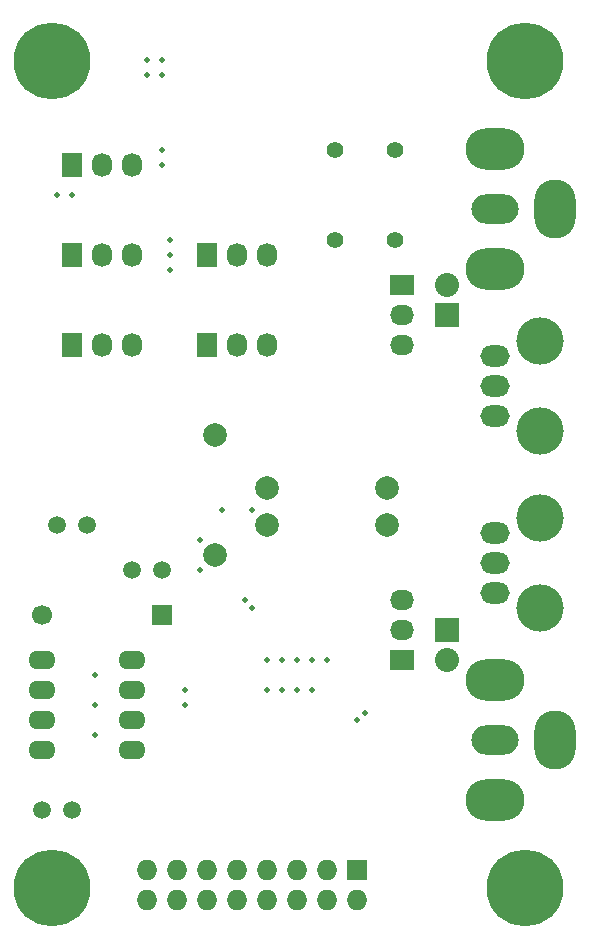
<source format=gbs>
G04 #@! TF.FileFunction,Soldermask,Bot*
%FSLAX46Y46*%
G04 Gerber Fmt 4.6, Leading zero omitted, Abs format (unit mm)*
G04 Created by KiCad (PCBNEW (2015-07-22 BZR 5980)-product) date Montag, 16. Mai 2016 'u14' 16:14:33*
%MOMM*%
G01*
G04 APERTURE LIST*
%ADD10C,0.100000*%
%ADD11C,0.500000*%
%ADD12C,6.500000*%
%ADD13C,1.501140*%
%ADD14C,1.699260*%
%ADD15R,1.699260X1.699260*%
%ADD16O,3.500000X5.000000*%
%ADD17O,5.000000X3.500000*%
%ADD18O,4.000000X2.500000*%
%ADD19R,2.032000X1.727200*%
%ADD20O,2.032000X1.727200*%
%ADD21R,1.727200X2.032000*%
%ADD22O,1.727200X2.032000*%
%ADD23C,1.998980*%
%ADD24R,1.727200X1.727200*%
%ADD25O,1.727200X1.727200*%
%ADD26C,1.397000*%
%ADD27O,2.300000X1.600000*%
%ADD28O,2.500000X1.800000*%
%ADD29C,4.000000*%
%ADD30R,2.032000X2.032000*%
%ADD31O,2.032000X2.032000*%
G04 APERTURE END LIST*
D10*
D11*
X113030000Y-74930000D03*
X114300000Y-74930000D03*
X114300000Y-76200000D03*
X113030000Y-76200000D03*
D12*
X105000000Y-75000000D03*
X145000000Y-75000000D03*
X145000000Y-145000000D03*
D11*
X119380000Y-113030000D03*
X117475000Y-118110000D03*
X121920000Y-113030000D03*
X117475000Y-115570000D03*
X121285000Y-120650000D03*
X121920000Y-121285000D03*
X116205000Y-128270000D03*
X116205000Y-129540000D03*
X106680000Y-86360000D03*
X105410000Y-86360000D03*
X114300000Y-82550000D03*
X114300000Y-83820000D03*
X114935000Y-90170000D03*
X114935000Y-91440000D03*
X114935000Y-92710000D03*
X127000000Y-128270000D03*
X125730000Y-128270000D03*
X124460000Y-128270000D03*
X123190000Y-128270000D03*
X108585000Y-127000000D03*
X108585000Y-129540000D03*
X108585000Y-132080000D03*
X131445000Y-130175000D03*
X130810000Y-130810000D03*
X123190000Y-125730000D03*
X124460000Y-125730000D03*
X125730000Y-125730000D03*
X127000000Y-125730000D03*
X128270000Y-125730000D03*
D12*
X105000000Y-145000000D03*
D13*
X104140000Y-138430000D03*
X106680000Y-138430000D03*
D14*
X104140000Y-121920000D03*
D15*
X114300000Y-121920000D03*
D16*
X147580000Y-87500000D03*
D17*
X142500000Y-92580000D03*
X142500000Y-82420000D03*
D18*
X142500000Y-87500000D03*
D16*
X147580000Y-132500000D03*
D17*
X142500000Y-137580000D03*
X142500000Y-127420000D03*
D18*
X142500000Y-132500000D03*
D19*
X134620000Y-93980000D03*
D20*
X134620000Y-96520000D03*
X134620000Y-99060000D03*
D19*
X134620000Y-125730000D03*
D20*
X134620000Y-123190000D03*
X134620000Y-120650000D03*
D21*
X106680000Y-91440000D03*
D22*
X109220000Y-91440000D03*
X111760000Y-91440000D03*
D21*
X118110000Y-91440000D03*
D22*
X120650000Y-91440000D03*
X123190000Y-91440000D03*
D21*
X118110000Y-99060000D03*
D22*
X120650000Y-99060000D03*
X123190000Y-99060000D03*
D21*
X106680000Y-83820000D03*
D22*
X109220000Y-83820000D03*
X111760000Y-83820000D03*
D21*
X106680000Y-99060000D03*
D22*
X109220000Y-99060000D03*
X111760000Y-99060000D03*
D13*
X114300000Y-118110000D03*
X111760000Y-118110000D03*
D23*
X118745000Y-106680000D03*
X118745000Y-116840000D03*
D24*
X130810000Y-143510000D03*
D25*
X130810000Y-146050000D03*
X128270000Y-143510000D03*
X128270000Y-146050000D03*
X125730000Y-143510000D03*
X125730000Y-146050000D03*
X123190000Y-143510000D03*
X123190000Y-146050000D03*
X120650000Y-143510000D03*
X120650000Y-146050000D03*
X118110000Y-143510000D03*
X118110000Y-146050000D03*
X115570000Y-143510000D03*
X115570000Y-146050000D03*
X113030000Y-143510000D03*
X113030000Y-146050000D03*
D26*
X128905000Y-82550000D03*
X133985000Y-82550000D03*
X128905000Y-90170000D03*
X133985000Y-90170000D03*
D27*
X104140000Y-125730000D03*
X104140000Y-128270000D03*
X104140000Y-130810000D03*
X104140000Y-133350000D03*
X111760000Y-133350000D03*
X111760000Y-130810000D03*
X111760000Y-128270000D03*
X111760000Y-125730000D03*
D28*
X142500000Y-99960000D03*
X142500000Y-102500000D03*
X142500000Y-105040000D03*
D29*
X146310000Y-106310000D03*
X146310000Y-98690000D03*
D28*
X142500000Y-114960000D03*
X142500000Y-117500000D03*
X142500000Y-120040000D03*
D29*
X146310000Y-121310000D03*
X146310000Y-113690000D03*
D30*
X138430000Y-96520000D03*
D31*
X138430000Y-93980000D03*
D30*
X138430000Y-123190000D03*
D31*
X138430000Y-125730000D03*
D13*
X105410000Y-114300000D03*
X107950000Y-114300000D03*
D23*
X123190000Y-111125000D03*
X133350000Y-111125000D03*
X123190000Y-114300000D03*
X133350000Y-114300000D03*
M02*

</source>
